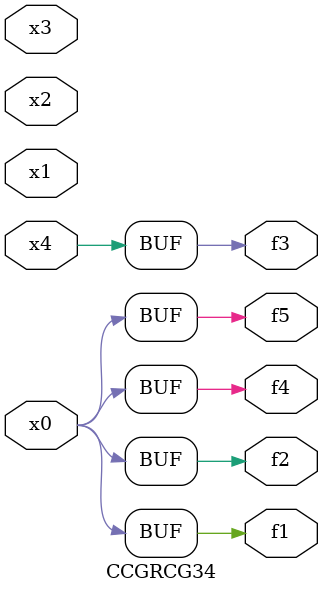
<source format=v>
module CCGRCG34(
	input x0, x1, x2, x3, x4,
	output f1, f2, f3, f4, f5
);
	assign f1 = x0;
	assign f2 = x0;
	assign f3 = x4;
	assign f4 = x0;
	assign f5 = x0;
endmodule

</source>
